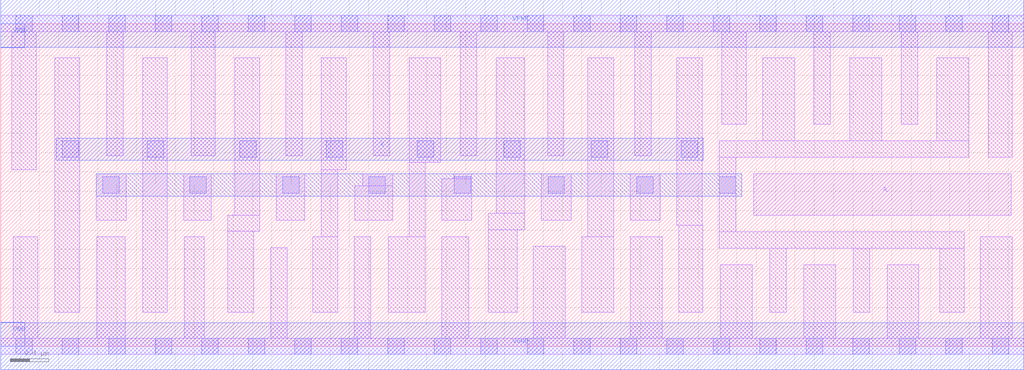
<source format=lef>
# Copyright 2020 The SkyWater PDK Authors
#
# Licensed under the Apache License, Version 2.0 (the "License");
# you may not use this file except in compliance with the License.
# You may obtain a copy of the License at
#
#     https://www.apache.org/licenses/LICENSE-2.0
#
# Unless required by applicable law or agreed to in writing, software
# distributed under the License is distributed on an "AS IS" BASIS,
# WITHOUT WARRANTIES OR CONDITIONS OF ANY KIND, either express or implied.
# See the License for the specific language governing permissions and
# limitations under the License.
#
# SPDX-License-Identifier: Apache-2.0

VERSION 5.5 ;
NAMESCASESENSITIVE ON ;
BUSBITCHARS "[]" ;
DIVIDERCHAR "/" ;
MACRO sky130_fd_sc_ms__buf_16
  CLASS CORE ;
  SOURCE USER ;
  ORIGIN  0.000000  0.000000 ;
  SIZE  10.56000 BY  3.330000 ;
  SYMMETRY X Y ;
  SITE unit ;
  PIN A
    ANTENNAGATEAREA  1.674000 ;
    DIRECTION INPUT ;
    USE SIGNAL ;
    PORT
      LAYER li1 ;
        RECT 7.775000 1.350000 10.435000 1.780000 ;
    END
  END A
  PIN X
    ANTENNADIFFAREA  4.345600 ;
    DIRECTION OUTPUT ;
    USE SIGNAL ;
    PORT
      LAYER met1 ;
        RECT 0.575000 1.920000 7.255000 2.150000 ;
    END
  END X
  PIN VGND
    DIRECTION INOUT ;
    USE GROUND ;
    PORT
      LAYER met1 ;
        RECT 0.000000 -0.245000 10.560000 0.245000 ;
    END
  END VGND
  PIN VNB
    DIRECTION INOUT ;
    USE GROUND ;
    PORT
      LAYER met1 ;
        RECT 0.000000 0.000000 0.250000 0.250000 ;
    END
  END VNB
  PIN VPB
    DIRECTION INOUT ;
    USE POWER ;
    PORT
      LAYER met1 ;
        RECT 0.000000 3.080000 0.250000 3.330000 ;
    END
  END VPB
  PIN VPWR
    DIRECTION INOUT ;
    USE POWER ;
    PORT
      LAYER met1 ;
        RECT 0.000000 3.085000 10.560000 3.575000 ;
    END
  END VPWR
  OBS
    LAYER li1 ;
      RECT  0.000000 -0.085000 10.560000 0.085000 ;
      RECT  0.000000  3.245000 10.560000 3.415000 ;
      RECT  0.115000  1.820000  0.365000 3.245000 ;
      RECT  0.130000  0.085000  0.380000 1.130000 ;
      RECT  0.560000  0.350000  0.815000 2.980000 ;
      RECT  0.985000  1.300000  1.295000 1.780000 ;
      RECT  0.990000  0.085000  1.285000 1.130000 ;
      RECT  1.095000  1.965000  1.265000 3.245000 ;
      RECT  1.465000  0.350000  1.720000 2.980000 ;
      RECT  1.890000  1.300000  2.175000 1.780000 ;
      RECT  1.895000  0.085000  2.100000 1.130000 ;
      RECT  1.965000  1.965000  2.215000 3.245000 ;
      RECT  2.345000  0.350000  2.610000 1.185000 ;
      RECT  2.345000  1.185000  2.675000 1.355000 ;
      RECT  2.415000  1.355000  2.675000 2.980000 ;
      RECT  2.790000  0.085000  2.960000 1.015000 ;
      RECT  2.845000  1.300000  3.140000 1.780000 ;
      RECT  2.945000  1.965000  3.115000 3.245000 ;
      RECT  3.220000  0.350000  3.480000 1.130000 ;
      RECT  3.310000  1.130000  3.480000 1.820000 ;
      RECT  3.310000  1.820000  3.565000 2.980000 ;
      RECT  3.650000  0.085000  3.820000 1.130000 ;
      RECT  3.655000  1.300000  4.045000 1.655000 ;
      RECT  3.735000  1.655000  4.045000 1.780000 ;
      RECT  3.845000  1.965000  4.015000 3.245000 ;
      RECT  4.000000  0.350000  4.385000 1.130000 ;
      RECT  4.215000  1.130000  4.385000 1.900000 ;
      RECT  4.215000  1.900000  4.545000 2.980000 ;
      RECT  4.555000  0.085000  4.830000 1.130000 ;
      RECT  4.555000  1.300000  4.865000 1.730000 ;
      RECT  4.675000  1.730000  4.865000 1.780000 ;
      RECT  4.745000  1.965000  4.915000 3.245000 ;
      RECT  5.035000  0.350000  5.330000 1.205000 ;
      RECT  5.035000  1.205000  5.410000 1.375000 ;
      RECT  5.115000  1.375000  5.410000 2.980000 ;
      RECT  5.500000  0.085000  5.830000 1.035000 ;
      RECT  5.580000  1.300000  5.890000 1.780000 ;
      RECT  5.645000  1.965000  5.815000 3.245000 ;
      RECT  6.000000  0.350000  6.330000 1.130000 ;
      RECT  6.060000  1.130000  6.330000 2.980000 ;
      RECT  6.500000  0.085000  6.830000 1.130000 ;
      RECT  6.500000  1.300000  6.810000 1.780000 ;
      RECT  6.545000  1.965000  6.715000 3.245000 ;
      RECT  6.980000  1.250000  7.245000 2.980000 ;
      RECT  7.000000  0.350000  7.250000 1.250000 ;
      RECT  7.420000  1.010000  9.945000 1.180000 ;
      RECT  7.420000  1.180000  7.590000 1.950000 ;
      RECT  7.420000  1.950000  9.995000 2.120000 ;
      RECT  7.430000  0.085000  7.760000 0.840000 ;
      RECT  7.445000  2.290000  7.695000 3.245000 ;
      RECT  7.865000  2.120000  8.195000 2.980000 ;
      RECT  7.940000  0.350000  8.110000 1.010000 ;
      RECT  8.290000  0.085000  8.620000 0.840000 ;
      RECT  8.395000  2.290000  8.565000 3.245000 ;
      RECT  8.765000  2.120000  9.095000 2.980000 ;
      RECT  8.800000  0.350000  8.970000 1.010000 ;
      RECT  9.150000  0.085000  9.480000 0.840000 ;
      RECT  9.295000  2.290000  9.465000 3.245000 ;
      RECT  9.665000  2.120000  9.995000 2.980000 ;
      RECT  9.695000  0.350000  9.945000 1.010000 ;
      RECT 10.115000  0.085000 10.445000 1.130000 ;
      RECT 10.195000  1.950000 10.445000 3.245000 ;
    LAYER mcon ;
      RECT  0.155000 -0.085000  0.325000 0.085000 ;
      RECT  0.155000  3.245000  0.325000 3.415000 ;
      RECT  0.635000 -0.085000  0.805000 0.085000 ;
      RECT  0.635000  1.950000  0.805000 2.120000 ;
      RECT  0.635000  3.245000  0.805000 3.415000 ;
      RECT  1.055000  1.580000  1.225000 1.750000 ;
      RECT  1.115000 -0.085000  1.285000 0.085000 ;
      RECT  1.115000  3.245000  1.285000 3.415000 ;
      RECT  1.515000  1.950000  1.685000 2.120000 ;
      RECT  1.595000 -0.085000  1.765000 0.085000 ;
      RECT  1.595000  3.245000  1.765000 3.415000 ;
      RECT  1.950000  1.580000  2.120000 1.750000 ;
      RECT  2.075000 -0.085000  2.245000 0.085000 ;
      RECT  2.075000  3.245000  2.245000 3.415000 ;
      RECT  2.470000  1.950000  2.640000 2.120000 ;
      RECT  2.555000 -0.085000  2.725000 0.085000 ;
      RECT  2.555000  3.245000  2.725000 3.415000 ;
      RECT  2.910000  1.580000  3.080000 1.750000 ;
      RECT  3.035000 -0.085000  3.205000 0.085000 ;
      RECT  3.035000  3.245000  3.205000 3.415000 ;
      RECT  3.360000  1.950000  3.530000 2.120000 ;
      RECT  3.515000 -0.085000  3.685000 0.085000 ;
      RECT  3.515000  3.245000  3.685000 3.415000 ;
      RECT  3.800000  1.580000  3.970000 1.750000 ;
      RECT  3.995000 -0.085000  4.165000 0.085000 ;
      RECT  3.995000  3.245000  4.165000 3.415000 ;
      RECT  4.300000  1.950000  4.470000 2.120000 ;
      RECT  4.475000 -0.085000  4.645000 0.085000 ;
      RECT  4.475000  3.245000  4.645000 3.415000 ;
      RECT  4.680000  1.580000  4.850000 1.750000 ;
      RECT  4.955000 -0.085000  5.125000 0.085000 ;
      RECT  4.955000  3.245000  5.125000 3.415000 ;
      RECT  5.195000  1.950000  5.365000 2.120000 ;
      RECT  5.435000 -0.085000  5.605000 0.085000 ;
      RECT  5.435000  3.245000  5.605000 3.415000 ;
      RECT  5.650000  1.580000  5.820000 1.750000 ;
      RECT  5.915000 -0.085000  6.085000 0.085000 ;
      RECT  5.915000  3.245000  6.085000 3.415000 ;
      RECT  6.095000  1.950000  6.265000 2.120000 ;
      RECT  6.395000 -0.085000  6.565000 0.085000 ;
      RECT  6.395000  3.245000  6.565000 3.415000 ;
      RECT  6.565000  1.580000  6.735000 1.750000 ;
      RECT  6.875000 -0.085000  7.045000 0.085000 ;
      RECT  6.875000  3.245000  7.045000 3.415000 ;
      RECT  7.025000  1.950000  7.195000 2.120000 ;
      RECT  7.355000 -0.085000  7.525000 0.085000 ;
      RECT  7.355000  3.245000  7.525000 3.415000 ;
      RECT  7.420000  1.580000  7.590000 1.750000 ;
      RECT  7.835000 -0.085000  8.005000 0.085000 ;
      RECT  7.835000  3.245000  8.005000 3.415000 ;
      RECT  8.315000 -0.085000  8.485000 0.085000 ;
      RECT  8.315000  3.245000  8.485000 3.415000 ;
      RECT  8.795000 -0.085000  8.965000 0.085000 ;
      RECT  8.795000  3.245000  8.965000 3.415000 ;
      RECT  9.275000 -0.085000  9.445000 0.085000 ;
      RECT  9.275000  3.245000  9.445000 3.415000 ;
      RECT  9.755000 -0.085000  9.925000 0.085000 ;
      RECT  9.755000  3.245000  9.925000 3.415000 ;
      RECT 10.235000 -0.085000 10.405000 0.085000 ;
      RECT 10.235000  3.245000 10.405000 3.415000 ;
    LAYER met1 ;
      RECT 0.985000 1.550000 7.650000 1.780000 ;
  END
END sky130_fd_sc_ms__buf_16

</source>
